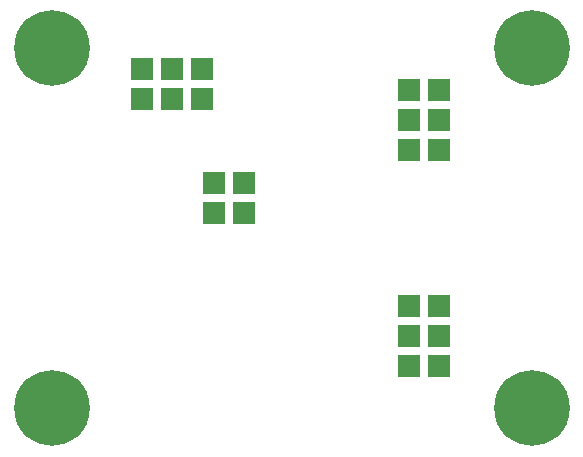
<source format=gbr>
G04 #@! TF.GenerationSoftware,KiCad,Pcbnew,(6.0.0-rc1-dev-205-gc0615c5ef)*
G04 #@! TF.CreationDate,2019-08-06T09:35:53+02:00*
G04 #@! TF.ProjectId,PCRD06A,504352443036412E6B696361645F7063,REV*
G04 #@! TF.SameCoordinates,Original*
G04 #@! TF.FileFunction,Soldermask,Top*
G04 #@! TF.FilePolarity,Negative*
%FSLAX46Y46*%
G04 Gerber Fmt 4.6, Leading zero omitted, Abs format (unit mm)*
G04 Created by KiCad (PCBNEW (6.0.0-rc1-dev-205-gc0615c5ef)) date 08/06/19 09:35:53*
%MOMM*%
%LPD*%
G01*
G04 APERTURE LIST*
%ADD10R,1.924000X1.924000*%
%ADD11C,6.400000*%
G04 APERTURE END LIST*
D10*
G04 #@! TO.C,J7*
X21336000Y24130000D03*
X21336000Y21590000D03*
G04 #@! TD*
G04 #@! TO.C,J8*
X12700000Y31242000D03*
X12700000Y33782000D03*
X15240000Y31242000D03*
X15240000Y33782000D03*
X17780000Y31242000D03*
X17780000Y33782000D03*
G04 #@! TD*
D11*
G04 #@! TO.C,M1*
X5080000Y35560000D03*
G04 #@! TD*
G04 #@! TO.C,M2*
X45720000Y5080000D03*
G04 #@! TD*
G04 #@! TO.C,M3*
X45720000Y35560000D03*
G04 #@! TD*
G04 #@! TO.C,M4*
X5080000Y5080000D03*
G04 #@! TD*
D10*
G04 #@! TO.C,J1*
X37846000Y8636000D03*
X35306000Y8636000D03*
X37846000Y11176000D03*
X35306000Y11176000D03*
X37846000Y13716000D03*
X35306000Y13716000D03*
G04 #@! TD*
G04 #@! TO.C,J2*
X35306000Y32004000D03*
X37846000Y32004000D03*
G04 #@! TD*
G04 #@! TO.C,J3*
X18796000Y24130000D03*
X18796000Y21590000D03*
G04 #@! TD*
G04 #@! TO.C,J5*
X35306000Y26924000D03*
X37846000Y26924000D03*
G04 #@! TD*
G04 #@! TO.C,J6*
X37846000Y29464000D03*
X35306000Y29464000D03*
G04 #@! TD*
M02*

</source>
